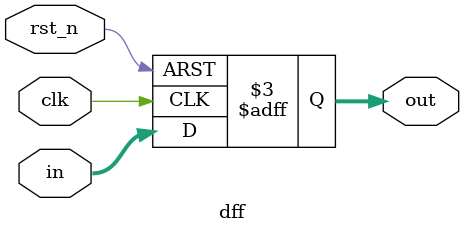
<source format=v>
module dff #(parameter WIDTH = 32)(
input  wire              clk,
input  wire              rst_n,
input  wire [WIDTH-1: 0] in,
output reg  [WIDTH-1: 0] out
);

always @(posedge clk, negedge rst_n) begin
	if(!rst_n) begin
		out <= 'd0;
	end
	else begin
		out <= in;
	end
end
endmodule
</source>
